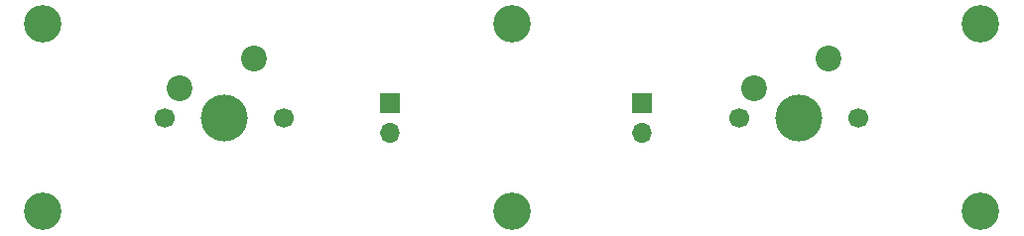
<source format=gbr>
%TF.GenerationSoftware,KiCad,Pcbnew,8.0.7*%
%TF.CreationDate,2025-07-13T11:03:56-07:00*%
%TF.ProjectId,shifter,73686966-7465-4722-9e6b-696361645f70,rev?*%
%TF.SameCoordinates,Original*%
%TF.FileFunction,Soldermask,Top*%
%TF.FilePolarity,Negative*%
%FSLAX46Y46*%
G04 Gerber Fmt 4.6, Leading zero omitted, Abs format (unit mm)*
G04 Created by KiCad (PCBNEW 8.0.7) date 2025-07-13 11:03:56*
%MOMM*%
%LPD*%
G01*
G04 APERTURE LIST*
%ADD10C,3.200000*%
%ADD11C,1.700000*%
%ADD12C,4.000000*%
%ADD13C,2.200000*%
%ADD14R,1.700000X1.700000*%
%ADD15O,1.700000X1.700000*%
G04 APERTURE END LIST*
D10*
%TO.C,H3*%
X142000000Y-81000000D03*
%TD*%
%TO.C,H4*%
X142000000Y-97000000D03*
%TD*%
D11*
%TO.C,SW2*%
X161380000Y-89000000D03*
D12*
X166460000Y-89000000D03*
D11*
X171540000Y-89000000D03*
D13*
X169000000Y-83920000D03*
X162650000Y-86460000D03*
%TD*%
D10*
%TO.C,H2*%
X182000000Y-97000000D03*
%TD*%
%TO.C,H6*%
X102000000Y-97000000D03*
%TD*%
D11*
%TO.C,SW1*%
X112380000Y-89000000D03*
D12*
X117460000Y-89000000D03*
D11*
X122540000Y-89000000D03*
D13*
X120000000Y-83920000D03*
X113650000Y-86460000D03*
%TD*%
D10*
%TO.C,H1*%
X182000000Y-81000000D03*
%TD*%
%TO.C,H5*%
X102000000Y-81000000D03*
%TD*%
D14*
%TO.C,J2*%
X153090000Y-87725000D03*
D15*
X153090000Y-90265000D03*
%TD*%
D14*
%TO.C,J1*%
X131590000Y-87725000D03*
D15*
X131590000Y-90265000D03*
%TD*%
M02*

</source>
